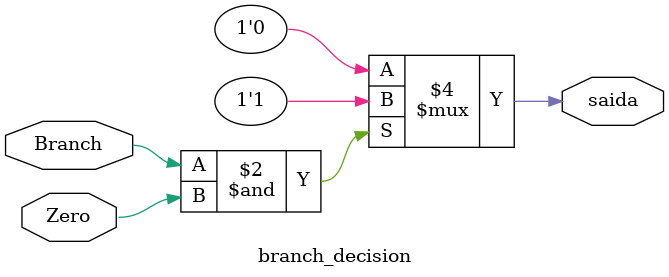
<source format=v>
module branch_decision (Branch, Zero, saida);
input Branch, Zero;
output reg saida;
always @(*)
	begin
		if (Branch & Zero)
			begin
				saida = 1'b1;
			end
		else
			begin
				saida = 1'b0;
			end
	end
endmodule

</source>
